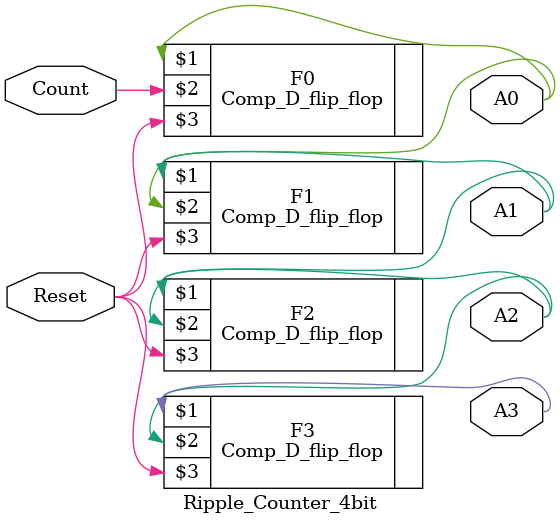
<source format=v>
module Ripple_Counter_4bit(A3,A2,A1,A0,Count,Reset);
    output A3,A2,A1,A0;
    input Count,Reset;
    
    Comp_D_flip_flop F0(A0,Count,Reset);
    Comp_D_flip_flop F1(A1,A0,Reset);
    Comp_D_flip_flop F2(A2,A1,Reset);
    Comp_D_flip_flop F3(A3,A2,Reset);
endmodule

</source>
